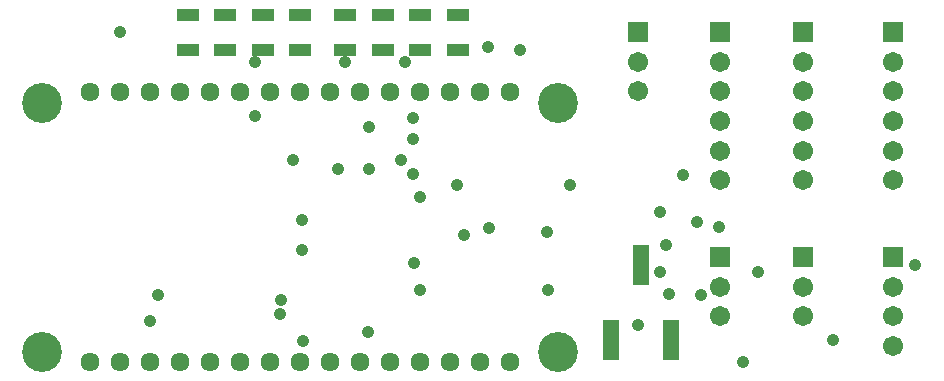
<source format=gbr>
G04 EAGLE Gerber RS-274X export*
G75*
%MOMM*%
%FSLAX34Y34*%
%LPD*%
%INSoldermask Top*%
%IPPOS*%
%AMOC8*
5,1,8,0,0,1.08239X$1,22.5*%
G01*
%ADD10C,1.611200*%
%ADD11C,3.378200*%
%ADD12R,1.903200X1.103200*%
%ADD13C,1.711200*%
%ADD14R,1.711200X1.711200*%
%ADD15R,1.403200X3.503200*%
%ADD16C,1.059600*%


D10*
X69850Y25400D03*
X95250Y25400D03*
X120650Y25400D03*
X146050Y25400D03*
X171450Y25400D03*
X196850Y25400D03*
X222250Y25400D03*
X247650Y25400D03*
X273050Y25400D03*
X298450Y25400D03*
X323850Y25400D03*
X349250Y25400D03*
X374650Y25400D03*
X400050Y25400D03*
X425450Y25400D03*
X425450Y254000D03*
X400050Y254000D03*
X374650Y254000D03*
X349250Y254000D03*
X323850Y254000D03*
X298450Y254000D03*
X273050Y254000D03*
X247650Y254000D03*
X222250Y254000D03*
X196850Y254000D03*
X171450Y254000D03*
X146050Y254000D03*
X120650Y254000D03*
X95250Y254000D03*
X69850Y254000D03*
D11*
X29210Y244856D03*
X29210Y34290D03*
X466090Y244856D03*
X466090Y34544D03*
D12*
X381000Y319300D03*
X381000Y290300D03*
X317500Y319300D03*
X317500Y290300D03*
X247650Y319300D03*
X247650Y290300D03*
X184150Y319300D03*
X184150Y290300D03*
X349250Y319300D03*
X349250Y290300D03*
X285750Y290300D03*
X285750Y319300D03*
X215900Y319300D03*
X215900Y290300D03*
X152400Y319300D03*
X152400Y290300D03*
D13*
X749300Y179800D03*
X749300Y204800D03*
X749300Y229800D03*
X749300Y254800D03*
X749300Y279800D03*
D14*
X749300Y304800D03*
D13*
X673100Y179800D03*
X673100Y204800D03*
X673100Y229800D03*
X673100Y254800D03*
X673100Y279800D03*
D14*
X673100Y304800D03*
D13*
X603250Y64300D03*
X603250Y89300D03*
D14*
X603250Y114300D03*
D13*
X673100Y64300D03*
X673100Y89300D03*
D14*
X673100Y114300D03*
D13*
X749300Y39300D03*
X749300Y64300D03*
X749300Y89300D03*
D14*
X749300Y114300D03*
D13*
X533400Y254800D03*
X533400Y279800D03*
D14*
X533400Y304800D03*
D13*
X603250Y179800D03*
X603250Y204800D03*
X603250Y229800D03*
X603250Y254800D03*
X603250Y279800D03*
D14*
X603250Y304800D03*
D15*
X535940Y107950D03*
X510540Y43950D03*
X561340Y43950D03*
D16*
X230632Y66040D03*
X586740Y82042D03*
X602234Y139700D03*
X552450Y152400D03*
X230886Y78232D03*
X560070Y83058D03*
X457200Y86954D03*
X349250Y86954D03*
X456352Y136081D03*
X386420Y133350D03*
X306070Y224282D03*
X120650Y60198D03*
X304800Y50800D03*
X209550Y279400D03*
X285750Y279400D03*
X241046Y196342D03*
X332486Y196850D03*
X336550Y279400D03*
X127000Y82550D03*
X476250Y175768D03*
X379984Y175260D03*
X95250Y304800D03*
X622300Y25400D03*
X533400Y57150D03*
X249682Y43276D03*
X343408Y109728D03*
X248580Y146050D03*
X248580Y120650D03*
X348742Y165354D03*
X208788Y233934D03*
X342900Y231902D03*
X768350Y107950D03*
X406400Y292100D03*
X433324Y290068D03*
X552450Y101600D03*
X635000Y101600D03*
X305816Y188722D03*
X279486Y188722D03*
X556768Y124460D03*
X571500Y184150D03*
X342900Y185080D03*
X407330Y138770D03*
X583184Y144612D03*
X342646Y214122D03*
X698500Y44450D03*
M02*

</source>
